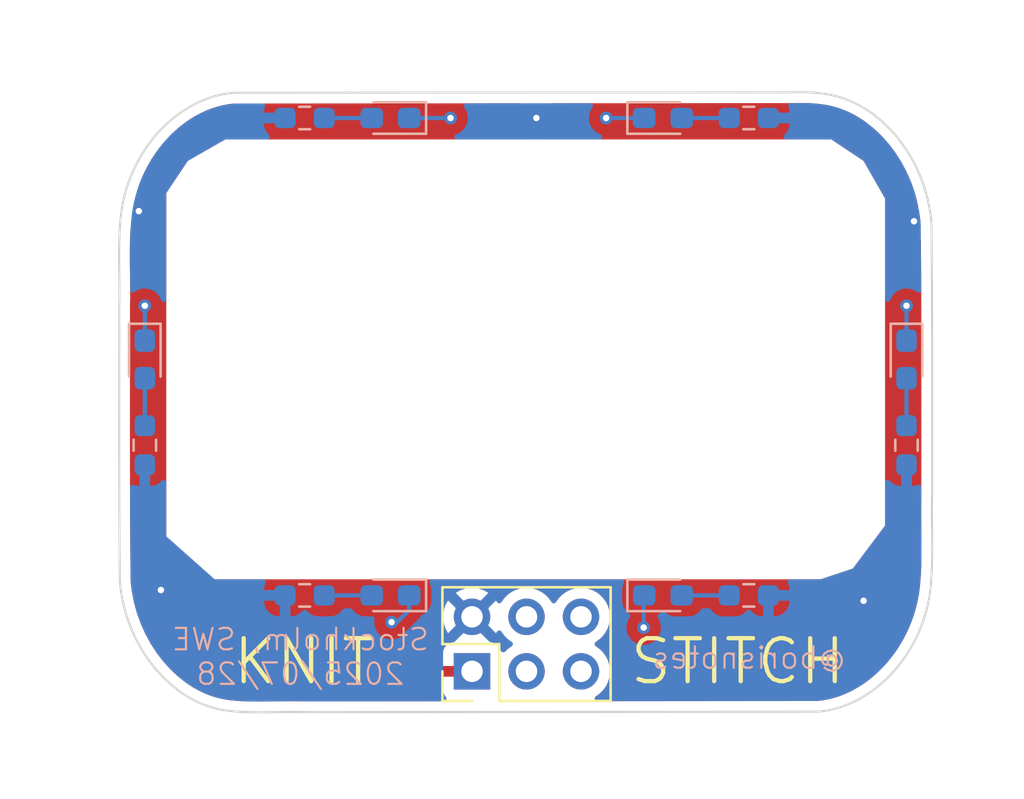
<source format=kicad_pcb>
(kicad_pcb (version 20241229) (generator "pcbnew") (generator_version "9.0")
  (title_block (title "knit stitch pattern") (date "2025-07-26") (rev "v1") (company "Boris Nimcevic"))
  (layers (0 "F.Cu" signal) (4 "In1.Cu" signal) (6 "In2.Cu" signal) (2 "B.Cu" signal) (13 "F.Paste" user) (15 "B.Paste" user) (5 "F.SilkS" user "F.Silkscreen") (7 "B.SilkS" user "B.Silkscreen") (1 "F.Mask" user) (3 "B.Mask" user) (25 "Edge.Cuts" user))
  (net 0 "")
  (net 5 "GND")
  (net 6 "Net-(D1-A)")
  (net 7 "Net-(D2-A)")
  (net 8 "Net-(D3-A)")
  (net 9 "Net-(D4-A)")
  (net 10 "Net-(D5-A)")
  (net 11 "Net-(D6-A)")
  (net 12 "+3.3V")
  (footprint "Connector_PinHeader_2.54mm:PinHeader_2x03_P2.54mm_Vertical" (layer "F.Cu") (at 157.5 105.79 90)
    (property "Reference" "J1" (hide yes))
    (property "Value" "Conn_02x03_Counter_Clockwise" (hide yes))
    (fp_line (start 3.92 -1.38) (end 3.92 6.46) (stroke (width 0.12)) (layer "F.SilkS"))
    (fp_line (start 1.27 -1.38) (end 3.92 -1.38) (stroke (width 0.12)) (layer "F.SilkS"))
    (fp_line (start -1.38 -1.38) (end 0 -1.38) (stroke (width 0.12)) (layer "F.SilkS"))
    (fp_line (start -1.38 0) (end -1.38 -1.38) (stroke (width 0.12)) (layer "F.SilkS"))
    (fp_line (start 1.27 1.27) (end 1.27 -1.38) (stroke (width 0.12)) (layer "F.SilkS"))
    (fp_line (start -1.38 1.27) (end 1.27 1.27) (stroke (width 0.12)) (layer "F.SilkS"))
    (fp_line (start -1.38 1.27) (end -1.38 6.46) (stroke (width 0.12)) (layer "F.SilkS"))
    (fp_line (start -1.38 6.46) (end 3.92 6.46) (stroke (width 0.12)) (layer "F.SilkS"))
    (pad "1" thru_hole rect (at 0 0 90) (size 1.7 1.7) (drill 1) (layers "*.Cu" "*.Mask") (net 5 "GND"))
    (pad "2" thru_hole circle (at 2.54 0 90) (size 1.7 1.7) (drill 1) (layers "*.Cu" "*.Mask") (net 12 "+3.3V"))
    (pad "3" thru_hole circle (at 0 2.54 90) (size 1.7 1.7) (drill 1) (layers "*.Cu" "*.Mask"))
    (pad "4" thru_hole circle (at 2.54 2.54 90) (size 1.7 1.7) (drill 1) (layers "*.Cu" "*.Mask"))
    (pad "5" thru_hole circle (at 0 5.08 90) (size 1.7 1.7) (drill 1) (layers "*.Cu" "*.Mask"))
    (pad "6" thru_hole circle (at 2.54 5.08 90) (size 1.7 1.7) (drill 1) (layers "*.Cu" "*.Mask"))
  )
  (footprint "LED_SMD:LED_0603_1608Metric_Pad1.05x0.95mm_HandSolder" (layer "B.Cu") (at 142.25 91.25 -90)
    (property "Reference" "D1" (hide yes))
    (property "Value" "LED" (hide yes))
    (fp_line (start -1.66 0.735) (end -1.66 -0.735) (stroke (width 0.12)) (layer "B.SilkS"))
    (fp_line (start 0.8 0.735) (end -1.66 0.735) (stroke (width 0.12)) (layer "B.SilkS"))
    (fp_line (start -1.66 -0.735) (end 0.8 -0.735) (stroke (width 0.12)) (layer "B.SilkS"))
    (pad "1" smd roundrect (at -0.874999 0 270) (size 1.05 0.95) (layers "B.Cu" "B.Mask" "B.Paste") (net 5 "GND"))
    (pad "2" smd roundrect (at 0.874999 0 270) (size 1.05 0.95) (layers "B.Cu" "B.Mask" "B.Paste") (net 6 "Net-(D1-A)"))
  )
  (footprint "Resistor_SMD:R_0603_1608Metric_Pad0.98x0.95mm_HandSolder" (layer "B.Cu") (at 177.75 95.25 90)
    (property "Reference" "R4" (hide yes))
    (property "Value" "R_US" (hide yes))
    (fp_line (start -0.254724 -0.5225) (end 0.254724 -0.5225) (stroke (width 0.12)) (layer "B.SilkS"))
    (fp_line (start -0.254724 0.5225) (end 0.254724 0.5225) (stroke (width 0.12)) (layer "B.SilkS"))
    (pad "1" smd roundrect (at -0.9125 0 90) (size 0.975 0.95) (layers "B.Cu" "B.Mask" "B.Paste") (net 12 "+3.3V"))
    (pad "2" smd roundrect (at 0.9125 0 90) (size 0.975 0.95) (layers "B.Cu" "B.Mask" "B.Paste") (net 9 "Net-(D4-A)"))
  )
  (footprint "LED_SMD:LED_0603_1608Metric_Pad1.05x0.95mm_HandSolder" (layer "B.Cu") (at 153.7 102.25 180)
    (property "Reference" "D5" (hide yes))
    (property "Value" "LED" (hide yes))
    (fp_line (start 0.8 0.735) (end -1.66 0.735) (stroke (width 0.12)) (layer "B.SilkS"))
    (fp_line (start -1.66 0.735) (end -1.66 -0.735) (stroke (width 0.12)) (layer "B.SilkS"))
    (fp_line (start -1.66 -0.735) (end 0.8 -0.735) (stroke (width 0.12)) (layer "B.SilkS"))
    (pad "1" smd roundrect (at -0.875 0 180) (size 1.05 0.95) (layers "B.Cu" "B.Mask" "B.Paste") (net 5 "GND"))
    (pad "2" smd roundrect (at 0.875 0 180) (size 1.05 0.95) (layers "B.Cu" "B.Mask" "B.Paste") (net 10 "Net-(D5-A)"))
  )
  (footprint "Resistor_SMD:R_0603_1608Metric_Pad0.98x0.95mm_HandSolder" (layer "B.Cu") (at 170.4 80 180)
    (property "Reference" "R3" (hide yes))
    (property "Value" "R_US" (hide yes))
    (fp_line (start -0.254724 0.5225) (end 0.254724 0.5225) (stroke (width 0.12)) (layer "B.SilkS"))
    (fp_line (start -0.254724 -0.5225) (end 0.254724 -0.5225) (stroke (width 0.12)) (layer "B.SilkS"))
    (pad "1" smd roundrect (at -0.9125 0 180) (size 0.975 0.95) (layers "B.Cu" "B.Mask" "B.Paste") (net 12 "+3.3V"))
    (pad "2" smd roundrect (at 0.9125 0 180) (size 0.975 0.95) (layers "B.Cu" "B.Mask" "B.Paste") (net 8 "Net-(D3-A)"))
  )
  (footprint "LED_SMD:LED_0603_1608Metric_Pad1.05x0.95mm_HandSolder" (layer "B.Cu") (at 166.4 80)
    (property "Reference" "D3" (hide yes))
    (property "Value" "LED" (hide yes))
    (fp_line (start -1.66 -0.735) (end 0.8 -0.735) (stroke (width 0.12)) (layer "B.SilkS"))
    (fp_line (start -1.66 0.735) (end -1.66 -0.735) (stroke (width 0.12)) (layer "B.SilkS"))
    (fp_line (start 0.8 0.735) (end -1.66 0.735) (stroke (width 0.12)) (layer "B.SilkS"))
    (pad "1" smd roundrect (at -0.875 0) (size 1.05 0.95) (layers "B.Cu" "B.Mask" "B.Paste") (net 5 "GND"))
    (pad "2" smd roundrect (at 0.875 0) (size 1.05 0.95) (layers "B.Cu" "B.Mask" "B.Paste") (net 8 "Net-(D3-A)"))
  )
  (footprint "LED_SMD:LED_0603_1608Metric_Pad1.05x0.95mm_HandSolder" (layer "B.Cu") (at 153.7 80 180)
    (property "Reference" "D2" (hide yes))
    (property "Value" "LED" (hide yes))
    (fp_line (start 0.8 0.735) (end -1.66 0.735) (stroke (width 0.12)) (layer "B.SilkS"))
    (fp_line (start -1.66 0.735) (end -1.66 -0.735) (stroke (width 0.12)) (layer "B.SilkS"))
    (fp_line (start -1.66 -0.735) (end 0.8 -0.735) (stroke (width 0.12)) (layer "B.SilkS"))
    (pad "1" smd roundrect (at -0.875 0 180) (size 1.05 0.95) (layers "B.Cu" "B.Mask" "B.Paste") (net 5 "GND"))
    (pad "2" smd roundrect (at 0.875 0 180) (size 1.05 0.95) (layers "B.Cu" "B.Mask" "B.Paste") (net 7 "Net-(D2-A)"))
  )
  (footprint "Resistor_SMD:R_0603_1608Metric_Pad0.98x0.95mm_HandSolder" (layer "B.Cu") (at 149.7 102.25)
    (property "Reference" "R5" (hide yes))
    (property "Value" "R_US" (hide yes))
    (fp_line (start -0.254724 -0.5225) (end 0.254724 -0.5225) (stroke (width 0.12)) (layer "B.SilkS"))
    (fp_line (start -0.254724 0.5225) (end 0.254724 0.5225) (stroke (width 0.12)) (layer "B.SilkS"))
    (pad "1" smd roundrect (at -0.9125 0) (size 0.975 0.95) (layers "B.Cu" "B.Mask" "B.Paste") (net 12 "+3.3V"))
    (pad "2" smd roundrect (at 0.9125 0) (size 0.975 0.95) (layers "B.Cu" "B.Mask" "B.Paste") (net 10 "Net-(D5-A)"))
  )
  (footprint "LED_SMD:LED_0603_1608Metric_Pad1.05x0.95mm_HandSolder" (layer "B.Cu") (at 166.4 102.25)
    (property "Reference" "D6" (hide yes))
    (property "Value" "LED" (hide yes))
    (fp_line (start -1.66 -0.735) (end 0.8 -0.735) (stroke (width 0.12)) (layer "B.SilkS"))
    (fp_line (start -1.66 0.735) (end -1.66 -0.735) (stroke (width 0.12)) (layer "B.SilkS"))
    (fp_line (start 0.8 0.735) (end -1.66 0.735) (stroke (width 0.12)) (layer "B.SilkS"))
    (pad "1" smd roundrect (at -0.875 0) (size 1.05 0.95) (layers "B.Cu" "B.Mask" "B.Paste") (net 5 "GND"))
    (pad "2" smd roundrect (at 0.875 0) (size 1.05 0.95) (layers "B.Cu" "B.Mask" "B.Paste") (net 11 "Net-(D6-A)"))
  )
  (footprint "Resistor_SMD:R_0603_1608Metric_Pad0.98x0.95mm_HandSolder" (layer "B.Cu") (at 142.25 95.25 90)
    (property "Reference" "R1" (hide yes))
    (property "Value" "R_US" (hide yes))
    (fp_line (start -0.254724 -0.5225) (end 0.254724 -0.5225) (stroke (width 0.12)) (layer "B.SilkS"))
    (fp_line (start -0.254724 0.5225) (end 0.254724 0.5225) (stroke (width 0.12)) (layer "B.SilkS"))
    (pad "1" smd roundrect (at -0.9125 0 90) (size 0.975 0.95) (layers "B.Cu" "B.Mask" "B.Paste") (net 12 "+3.3V"))
    (pad "2" smd roundrect (at 0.9125 0 90) (size 0.975 0.95) (layers "B.Cu" "B.Mask" "B.Paste") (net 6 "Net-(D1-A)"))
  )
  (footprint "LED_SMD:LED_0603_1608Metric_Pad1.05x0.95mm_HandSolder" (layer "B.Cu") (at 177.75 91.25 -90)
    (property "Reference" "D4" (hide yes))
    (property "Value" "LED" (hide yes))
    (fp_line (start -1.66 0.735) (end -1.66 -0.735) (stroke (width 0.12)) (layer "B.SilkS"))
    (fp_line (start 0.8 0.735) (end -1.66 0.735) (stroke (width 0.12)) (layer "B.SilkS"))
    (fp_line (start -1.66 -0.735) (end 0.8 -0.735) (stroke (width 0.12)) (layer "B.SilkS"))
    (pad "1" smd roundrect (at -0.875 0 270) (size 1.05 0.95) (layers "B.Cu" "B.Mask" "B.Paste") (net 5 "GND"))
    (pad "2" smd roundrect (at 0.875 0 270) (size 1.05 0.95) (layers "B.Cu" "B.Mask" "B.Paste") (net 9 "Net-(D4-A)"))
  )
  (footprint "Resistor_SMD:R_0603_1608Metric_Pad0.98x0.95mm_HandSolder" (layer "B.Cu") (at 149.7 80)
    (property "Reference" "R2" (hide yes))
    (property "Value" "R_US" (hide yes))
    (fp_line (start -0.254724 -0.5225) (end 0.254724 -0.5225) (stroke (width 0.12)) (layer "B.SilkS"))
    (fp_line (start -0.254724 0.5225) (end 0.254724 0.5225) (stroke (width 0.12)) (layer "B.SilkS"))
    (pad "1" smd roundrect (at -0.9125 0) (size 0.975 0.95) (layers "B.Cu" "B.Mask" "B.Paste") (net 12 "+3.3V"))
    (pad "2" smd roundrect (at 0.9125 0) (size 0.975 0.95) (layers "B.Cu" "B.Mask" "B.Paste") (net 7 "Net-(D2-A)"))
  )
  (footprint "Resistor_SMD:R_0603_1608Metric_Pad0.98x0.95mm_HandSolder" (layer "B.Cu") (at 170.4 102.25 180)
    (property "Reference" "R6" (hide yes))
    (property "Value" "R_US" (hide yes))
    (fp_line (start -0.254724 0.5225) (end 0.254724 0.5225) (stroke (width 0.12)) (layer "B.SilkS"))
    (fp_line (start -0.254724 -0.5225) (end 0.254724 -0.5225) (stroke (width 0.12)) (layer "B.SilkS"))
    (pad "1" smd roundrect (at -0.9125 0 180) (size 0.975 0.95) (layers "B.Cu" "B.Mask" "B.Paste") (net 12 "+3.3V"))
    (pad "2" smd roundrect (at 0.9125 0 180) (size 0.975 0.95) (layers "B.Cu" "B.Mask" "B.Paste") (net 11 "Net-(D6-A)"))
  )
  (gr_poly (pts (xy 172.901142 78.800823) (xy 173.100796 78.804477) (xy 173.300307 78.812091) (xy 173.499596 78.824612) (xy 173.698581 78.842988) (xy 173.897182 78.868168) (xy 174.140522 78.905538) (xy 174.381184 78.956448) (xy 174.618877 79.020527) (xy 174.853312 79.097408) (xy 175.084196 79.186718) (xy 175.311241 79.28809) (xy 175.534155 79.401154) (xy 175.752649 79.525539) (xy 175.966431 79.660876) (xy 176.175211 79.806795) (xy 176.576604 80.128902) (xy 176.954504 80.488903) (xy 177.306588 80.883839) (xy 177.630532 81.310754) (xy 177.924012 81.766691) (xy 178.184704 82.248691) (xy 178.410286 82.753798) (xy 178.598433 83.279054) (xy 178.746822 83.821501) (xy 178.853129 84.378183) (xy 178.889776 84.660938) (xy 178.915031 84.946142) (xy 178.939498 88.118302) (xy 178.945034 91.290884) (xy 178.942779 97.636191) (xy 178.934551 98.160754) (xy 178.935841 98.685688) (xy 178.948051 99.735859) (xy 178.949504 100.260695) (xy 178.941548 100.785094) (xy 178.919449 101.308855) (xy 178.878475 101.831778) (xy 178.845179 102.119552) (xy 178.800024 102.403967) (xy 178.743343 102.68468) (xy 178.675468 102.961348) (xy 178.596733 103.233628) (xy 178.507471 103.501176) (xy 178.408014 103.76365) (xy 178.298696 104.020705) (xy 178.179849 104.271999) (xy 178.051807 104.517189) (xy 177.914902 104.755931) (xy 177.769468 104.987882) (xy 177.615837 105.212699) (xy 177.454343 105.430039) (xy 177.285317 105.639558) (xy 177.109095 105.840914) (xy 176.926007 106.033762) (xy 176.736388 106.217761) (xy 176.54057 106.392565) (xy 176.338886 106.557834) (xy 176.13167 106.713222) (xy 175.919253 106.858387) (xy 175.70197 106.992986) (xy 175.480153 107.116676) (xy 175.254135 107.229112) (xy 175.024249 107.329953) (xy 174.790828 107.418855) (xy 174.554205 107.495474) (xy 174.314712 107.559467) (xy 174.072684 107.610492) (xy 173.828453 107.648205) (xy 173.582351 107.672262) (xy 149.709763 107.692099) (xy 149.26755 107.682947) (xy 148.825099 107.684033) (xy 147.939996 107.697361) (xy 147.497602 107.699821) (xy 147.055484 107.692958) (xy 146.61377 107.671881) (xy 146.393106 107.654484) (xy 146.17259 107.631701) (xy 145.92644 107.59883) (xy 145.682938 107.551977) (xy 145.44238 107.491526) (xy 145.205066 107.417864) (xy 144.971292 107.331373) (xy 144.741356 107.23244) (xy 144.515555 107.121448) (xy 144.294188 106.998783) (xy 144.077551 106.864829) (xy 143.865943 106.719972) (xy 143.459 106.399084) (xy 143.075742 106.039198) (xy 142.718548 105.643392) (xy 142.389798 105.214744) (xy 142.091874 104.756332) (xy 141.827155 104.271234) (xy 141.598022 103.762529) (xy 141.406857 103.233295) (xy 141.256038 102.68661) (xy 141.147947 102.125551) (xy 141.110668 101.840594) (xy 141.084964 101.553198) (xy 141.060431 98.369937) (xy 141.054884 95.186246) (xy 141.057163 88.818721) (xy 141.065625 88.295256) (xy 141.064291 87.771365) (xy 141.051827 86.72322) (xy 141.050496 86.199423) (xy 141.058965 85.676112) (xy 141.082132 85.153516) (xy 141.124898 84.631864) (xy 141.159398 84.345297) (xy 141.205645 84.062124) (xy 141.263306 83.782684) (xy 141.332054 83.507316) (xy 141.411558 83.236357) (xy 141.501487 82.970145) (xy 141.601514 82.709021) (xy 141.711307 82.453321) (xy 141.830537 82.203384) (xy 141.958874 81.959549) (xy 142.095988 81.722155) (xy 142.24155 81.491538) (xy 142.39523 81.268039) (xy 142.556698 81.051994) (xy 142.725625 80.843744) (xy 142.901679 80.643625) (xy 143.084533 80.451977) (xy 143.273856 80.269138) (xy 143.469317 80.095446) (xy 143.670589 79.93124) (xy 143.87734 79.776858) (xy 144.08924 79.632639) (xy 144.305961 79.498921) (xy 144.527172 79.376042) (xy 144.752544 79.26434) (xy 144.981747 79.164155) (xy 145.21445 79.075825) (xy 145.450325 78.999687) (xy 145.689041 78.936081) (xy 145.93027 78.885345) (xy 146.173679 78.847817) (xy 146.418942 78.823835) (xy 172.302143 78.804134) (xy 172.302135 78.804138) (xy 172.701427 78.80018)) (stroke (width 0.1) (color 255 85 85 1)) (fill no) (layer "Edge.Cuts"))
  (gr_text "STITCH" (at 164.75 106.5 0) (layer "F.SilkS") (effects (font (size 2 2) (thickness 0.2) (bold yes)) (justify left bottom)))
  (gr_text "KNIT" (at 146.25 106.5 0) (layer "F.SilkS") (effects (font (size 2 2) (thickness 0.2) (bold yes)) (justify left bottom)))
  (gr_text "@borisnotes" (at 175 105.75 0) (layer "B.SilkS") (effects (font (size 1 1) (thickness 0.1)) (justify left bottom mirror)))
  (gr_text "Stockholm, SWE\n2025/07/28" (at 149.5 106.5 0) (layer "B.SilkS") (effects (font (size 1 1) (thickness 0.1)) (justify bottom mirror)))
  (via (at 163.75 80) (size 0.6) (drill 0.3) (layers "F.Cu" "B.Cu") (net 5))
  (via (at 153.75 103.5) (size 0.6) (drill 0.3) (layers "F.Cu" "B.Cu") (net 5))
  (via (at 156.5 80) (size 0.6) (drill 0.3) (layers "F.Cu" "B.Cu") (net 5))
  (via (at 165.5 103.75) (size 0.6) (drill 0.3) (layers "F.Cu" "B.Cu") (net 5))
  (via (at 177.75 88.75) (size 0.6) (drill 0.3) (layers "F.Cu" "B.Cu") (net 5))
  (via (at 142.25 88.75) (size 0.6) (drill 0.3) (layers "F.Cu" "B.Cu") (net 5))
  (segment (start 156.5 80) (end 154.575 80) (width 0.2) (layer "B.Cu") (net 5))
  (segment (start 154 103.5) (end 153.75 103.5) (width 0.2) (layer "B.Cu") (net 5))
  (segment (start 154.575 102.925) (end 154 103.5) (width 0.2) (layer "B.Cu") (net 5))
  (segment (start 177.75 90.375) (end 177.75 88.75) (width 0.2) (layer "B.Cu") (net 5))
  (segment (start 142.25 90.375001) (end 142.25 88.75) (width 0.2) (layer "B.Cu") (net 5))
  (segment (start 165.5 103.75) (end 165.5 102.275) (width 0.2) (layer "B.Cu") (net 5))
  (segment (start 165.525 80) (end 163.75 80) (width 0.2) (layer "B.Cu") (net 5))
  (segment (start 165.5 102.275) (end 165.525 102.25) (width 0.2) (layer "B.Cu") (net 5))
  (segment (start 154.575 102.25) (end 154.575 102.925) (width 0.2) (layer "B.Cu") (net 5))
  (segment (start 142.25 92.124999) (end 142.25 94.3375) (width 0.2) (layer "B.Cu") (net 6))
  (segment (start 152.825 80) (end 150.6125 80) (width 0.2) (layer "B.Cu") (net 7))
  (segment (start 169.4875 80) (end 167.275 80) (width 0.2) (layer "B.Cu") (net 8))
  (segment (start 177.75 94.3375) (end 177.75 92.125) (width 0.2) (layer "B.Cu") (net 9))
  (segment (start 152.825 102.25) (end 150.6125 102.25) (width 0.2) (layer "B.Cu") (net 10))
  (segment (start 169.4875 102.25) (end 167.275 102.25) (width 0.2) (layer "B.Cu") (net 11))
  (via (at 160.5 80) (size 0.6) (drill 0.3) (layers "F.Cu" "B.Cu") (net 12))
  (via (at 178.099966 84.811374) (size 0.6) (drill 0.3) (layers "F.Cu" "B.Cu") (net 12))
  (via (at 143 102) (size 0.6) (drill 0.3) (layers "F.Cu" "B.Cu") (net 12))
  (via (at 141.97074 84.340747) (size 0.6) (drill 0.3) (layers "F.Cu" "B.Cu") (net 12))
  (via (at 175.75 102.5) (size 0.6) (drill 0.3) (layers "F.Cu" "B.Cu") (net 12))
  (zone (net 5) (net_name "GND") (layer "F.Cu") (priority 1) (connect_pads (clearance 0.5)) (min_thickness 0.25) (fill yes (thermal_gap 0.5) (thermal_bridge_width 0.5))
    (polygon (pts (xy 143 111.5) (xy 183.25 111.75) (xy 182 74.75) (xy 138.75 74.5) (xy 135.5 87.25) (xy 137.25 110.5)))
  )
  (zone (net 0) (net_name "") (layers "F.Cu" "B.Cu") (connect_pads (clearance 0)) (min_thickness 0.25)
    (keepout (tracks not_allowed) (vias not_allowed) (pads not_allowed) (copperpour not_allowed) (footprints allowed))
    (fill (thermal_gap 0.5) (thermal_bridge_width 0.5))
    (polygon (pts (xy 175.25 101) (xy 173.75 101.5) (xy 145.5 101.5) (xy 143.25 99.5) (xy 143.25 83.5) (xy 144.25 82) (xy 146 81) (xy 174.25 81) (xy 175.75 82) (xy 176.75 83.75) (xy 176.75 99)))
  )
  (zone (net 12) (net_name "+3.3V") (layer "B.Cu") (connect_pads (clearance 0.5)) (min_thickness 0.25) (fill yes (thermal_gap 0.5) (thermal_bridge_width 0.5))
    (polygon (pts (xy 180.25 101) (xy 180.25 80.25) (xy 175 76.75) (xy 142.75 76.5) (xy 139 82) (xy 139 105.5) (xy 143 110.5) (xy 179.25 110.5)))
  )
)
</source>
